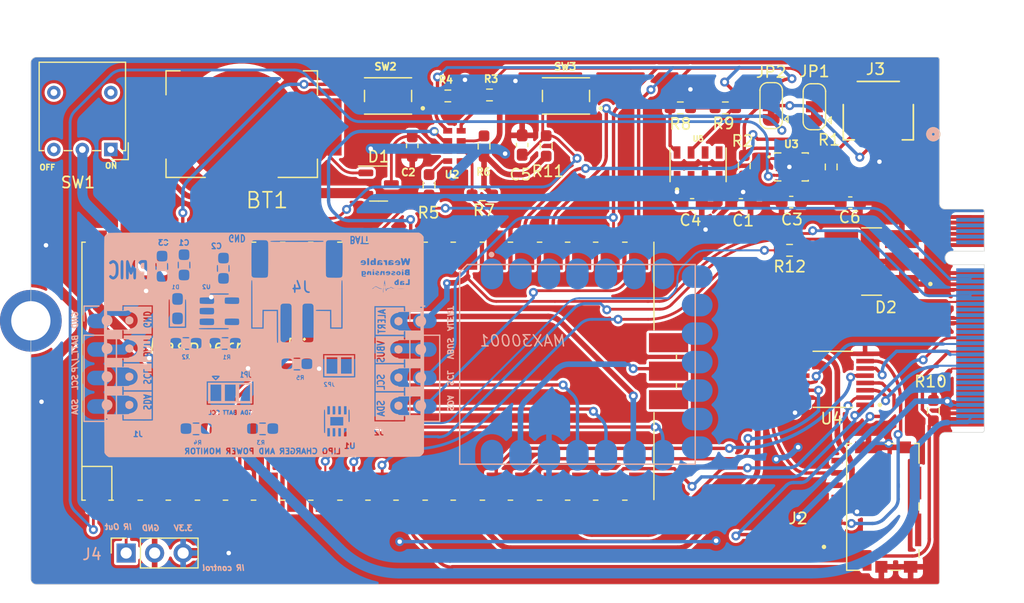
<source format=kicad_pcb>
(kicad_pcb (version 20221018) (generator pcbnew)

  (general
    (thickness 1.6)
  )

  (paper "A4")
  (layers
    (0 "F.Cu" signal)
    (31 "B.Cu" signal)
    (32 "B.Adhes" user "B.Adhesive")
    (33 "F.Adhes" user "F.Adhesive")
    (34 "B.Paste" user)
    (35 "F.Paste" user)
    (36 "B.SilkS" user "B.Silkscreen")
    (37 "F.SilkS" user "F.Silkscreen")
    (38 "B.Mask" user)
    (39 "F.Mask" user)
    (40 "Dwgs.User" user "User.Drawings")
    (41 "Cmts.User" user "User.Comments")
    (42 "Eco1.User" user "User.Eco1")
    (43 "Eco2.User" user "User.Eco2")
    (44 "Edge.Cuts" user)
    (45 "Margin" user)
    (46 "B.CrtYd" user "B.Courtyard")
    (47 "F.CrtYd" user "F.Courtyard")
    (48 "B.Fab" user)
    (49 "F.Fab" user)
    (50 "User.1" user)
    (51 "User.2" user)
    (52 "User.3" user)
    (53 "User.4" user)
    (54 "User.5" user)
    (55 "User.6" user)
    (56 "User.7" user)
    (57 "User.8" user)
    (58 "User.9" user)
  )

  (setup
    (stackup
      (layer "F.SilkS" (type "Top Silk Screen"))
      (layer "F.Paste" (type "Top Solder Paste"))
      (layer "F.Mask" (type "Top Solder Mask") (thickness 0.01))
      (layer "F.Cu" (type "copper") (thickness 0.035))
      (layer "dielectric 1" (type "core") (color "Polyimide") (thickness 1.51) (material "Kapton") (epsilon_r 3.2) (loss_tangent 0.004))
      (layer "B.Cu" (type "copper") (thickness 0.035))
      (layer "B.Mask" (type "Bottom Solder Mask") (thickness 0.01))
      (layer "B.Paste" (type "Bottom Solder Paste"))
      (layer "B.SilkS" (type "Bottom Silk Screen"))
      (copper_finish "None")
      (dielectric_constraints no)
    )
    (pad_to_mask_clearance 0)
    (solder_mask_min_width 0.1016)
    (allow_soldermask_bridges_in_footprints yes)
    (pcbplotparams
      (layerselection 0x00010fc_ffffffff)
      (plot_on_all_layers_selection 0x0000000_00000000)
      (disableapertmacros false)
      (usegerberextensions false)
      (usegerberattributes true)
      (usegerberadvancedattributes true)
      (creategerberjobfile true)
      (dashed_line_dash_ratio 12.000000)
      (dashed_line_gap_ratio 3.000000)
      (svgprecision 4)
      (plotframeref false)
      (viasonmask false)
      (mode 1)
      (useauxorigin false)
      (hpglpennumber 1)
      (hpglpenspeed 20)
      (hpglpendiameter 15.000000)
      (dxfpolygonmode true)
      (dxfimperialunits true)
      (dxfusepcbnewfont true)
      (psnegative false)
      (psa4output false)
      (plotreference true)
      (plotvalue true)
      (plotinvisibletext false)
      (sketchpadsonfab false)
      (subtractmaskfromsilk false)
      (outputformat 1)
      (mirror false)
      (drillshape 1)
      (scaleselection 1)
      (outputdirectory "")
    )
  )

  (net 0 "")
  (net 1 "GND")
  (net 2 "Net-(BT1-PadP1)")
  (net 3 "+3.3V")
  (net 4 "/INP_BTN")
  (net 5 "/LED_GREEN")
  (net 6 "Net-(D2-Pad5)")
  (net 7 "/LED_BLUE")
  (net 8 "unconnected-(U1-GND-Pad21)")
  (net 9 "GNDA")
  (net 10 "unconnected-(U1-VCM-Pad15)")
  (net 11 "unconnected-(U1-DRVN-Pad17)")
  (net 12 "unconnected-(U1-DRVP-Pad18)")
  (net 13 "/CS_SD")
  (net 14 "/MOSI_SD")
  (net 15 "/SCK_SD")
  (net 16 "/MISO_SD")
  (net 17 "/SD_Detect")
  (net 18 "/Pi_SD_CS")
  (net 19 "/Pi_SD_TX_MOSI")
  (net 20 "/Pi_SD_RX_MISO")
  (net 21 "/Pi_SD_SCK")
  (net 22 "/BATT_I{slash}P")
  (net 23 "/MUX_SEL")
  (net 24 "/ALERT_PMIC")
  (net 25 "/VBUS")
  (net 26 "/HUB_DETECT")
  (net 27 "/SDA_BMI270")
  (net 28 "/SCL_BMI270")
  (net 29 "/SCL_0")
  (net 30 "/SDA_0")
  (net 31 "/SCL_1")
  (net 32 "/SDA_1")
  (net 33 "/INT_RTC")
  (net 34 "/LED_RED")
  (net 35 "/VSYS")
  (net 36 "unconnected-(SW1-C-Pad3)")
  (net 37 "unconnected-(SW2-Pad1)")
  (net 38 "/RST_HW")
  (net 39 "unconnected-(SW2-Pad4)")
  (net 40 "unconnected-(SW3-Pad1)")
  (net 41 "unconnected-(SW3-Pad4)")
  (net 42 "/Pico_SPI0_SCK")
  (net 43 "/Pico_SPI0_TX")
  (net 44 "/Pico_SPI0_RX")
  (net 45 "/Pico_SPI0_CS")
  (net 46 "/Pico_SPI1_SCK")
  (net 47 "/Pico_SPI1_TX")
  (net 48 "/Pico_SPI1_RX")
  (net 49 "/Pico_SPI1_CS")
  (net 50 "/INT_BMI270")
  (net 51 "/CLKOUT_RTC")
  (net 52 "Net-(U2-CLKOE)")
  (net 53 "unconnected-(U6-GPIO15-Pad20)")
  (net 54 "unconnected-(J2-DAT2-PadP1)")
  (net 55 "unconnected-(J2-DAT1-PadP8)")
  (net 56 "Net-(U2-EVI)")
  (net 57 "unconnected-(U1-INT2B-Pad1)")
  (net 58 "unconnected-(U1-INTB-Pad2)")
  (net 59 "unconnected-(U1-PA10_A2_D2-Pad3)")
  (net 60 "unconnected-(U1-PA11_A3_D3-Pad4)")
  (net 61 "unconnected-(U1-PA8_A4_D4_SDA-Pad5)")
  (net 62 "unconnected-(U1-PA9_A5_D5_SCL-Pad6)")
  (net 63 "unconnected-(U1-PB08_A6_D6_TX-Pad7)")
  (net 64 "unconnected-(U1-5V-Pad14)")
  (net 65 "unconnected-(U1-1.8v-Pad16)")
  (net 66 "unconnected-(U3-ASDX-Pad2)")
  (net 67 "unconnected-(U3-ASCX-Pad3)")
  (net 68 "unconnected-(U3-INT2-Pad9)")
  (net 69 "unconnected-(U3-OSCB-Pad10)")
  (net 70 "unconnected-(U3-OSDO-Pad11)")
  (net 71 "/IR_OUT")
  (net 72 "unconnected-(U6-GND-Pad8)")
  (net 73 "unconnected-(U6-GND-Pad18)")
  (net 74 "unconnected-(U6-GND-Pad23)")
  (net 75 "unconnected-(U6-GPIO26_ADC0-Pad31)")
  (net 76 "unconnected-(U6-GPIO27_ADC1-Pad32)")
  (net 77 "unconnected-(U6-AGND-Pad33)")
  (net 78 "unconnected-(U6-ADC_VREF-Pad35)")
  (net 79 "unconnected-(U6-SWCLK-Pad41)")
  (net 80 "unconnected-(U6-SWDIO-Pad43)")
  (net 81 "unconnected-(a2-MP1-PadMOUNTING-HOLE)")
  (net 82 "unconnected-(a2-20-PadP$20)")
  (net 83 "unconnected-(a2-48-PadP$48)")
  (net 84 "unconnected-(a2-52-PadP$52)")
  (net 85 "unconnected-(a2-29-PadP$29)")
  (net 86 "unconnected-(J2-SHIELD-PadSH1)")
  (net 87 "unconnected-(a2-47-PadP$47)")
  (net 88 "unconnected-(a2-70-PadP$70)")
  (net 89 "unconnected-(U6-GND-Pad13)")
  (net 90 "unconnected-(a2-32-PadP$32)")
  (net 91 "unconnected-(a2-26-PadP$26)")
  (net 92 "unconnected-(U6-GND-Pad28)")
  (net 93 "unconnected-(a2-44-PadP$44)")
  (net 94 "unconnected-(a2-35-PadP$35)")
  (net 95 "unconnected-(a2-41-PadP$41)")
  (net 96 "unconnected-(a2-53-PadP$53)")
  (net 97 "Net-(U2-VDD)")
  (net 98 "unconnected-(U1-ECGP-Pad19)")
  (net 99 "unconnected-(U1-ECGN-Pad20)")
  (net 100 "unconnected-(a2-58-PadP$58)")
  (net 101 "unconnected-(a2-56-PadP$56)")
  (net 102 "unconnected-(a2-42-PadP$42)")
  (net 103 "unconnected-(a2-40-PadP$40)")
  (net 104 "unconnected-(a2-38-PadP$38)")
  (net 105 "unconnected-(a2-36-PadP$36)")
  (net 106 "unconnected-(a2-34-PadP$34)")
  (net 107 "unconnected-(a2-10-PadP$10)")
  (net 108 "unconnected-(a2-8-PadP$8)")
  (net 109 "unconnected-(a2-6-PadP$6)")
  (net 110 "unconnected-(a2-4-PadP$4)")
  (net 111 "unconnected-(a2-2-PadP$2)")

  (footprint "Resistor_SMD:R_0603_1608Metric_Pad0.98x0.95mm_HandSolder" (layer "F.Cu") (at 166.96 91.1925 -90))

  (footprint "Resistor_SMD:R_0603_1608Metric_Pad0.98x0.95mm_HandSolder" (layer "F.Cu") (at 127.3875 63.05))

  (footprint "Resistor_SMD:R_0603_1608Metric_Pad0.98x0.95mm_HandSolder" (layer "F.Cu") (at 122 71.0625 90))

  (footprint "AAAF5060QBFSURZGS:LED_AAAF5060QBFSURZGS" (layer "F.Cu") (at 161.45 77.9 180))

  (footprint "BMI270:XDCR_BMI270" (layer "F.Cu") (at 154.308 69.4655))

  (footprint "Resistor_SMD:R_0603_1608Metric_Pad0.98x0.95mm_HandSolder" (layer "F.Cu") (at 154.1375 76.9))

  (footprint "Resistor_SMD:R_0603_1608Metric_Pad0.98x0.95mm_HandSolder" (layer "F.Cu") (at 132.44 67.5945 90))

  (footprint "PTS810_SJM_250_SMTR_LFS:SW_PTS810_SJM_250_SMTR_LFS" (layer "F.Cu") (at 118.345 63.137 180))

  (footprint "Resistor_SMD:R_0603_1608Metric_Pad0.98x0.95mm_HandSolder" (layer "F.Cu") (at 144.4 64.2 180))

  (footprint "M.2-Templates:M.2-B-KEY" (layer "F.Cu") (at 125.14 86.54))

  (footprint "PTS810_SJM_250_SMTR_LFS:SW_PTS810_SJM_250_SMTR_LFS" (layer "F.Cu") (at 134.207 63.137 180))

  (footprint "MicroSD_1051620001:MOLEX_1051620001" (layer "F.Cu") (at 162.455 99.775 -90))

  (footprint "Resistor_SMD:R_0603_1608Metric_Pad0.98x0.95mm_HandSolder" (layer "F.Cu") (at 150.1 69.3625 90))

  (footprint "Button_Switch_THT:SW_Lever_1P2T_NKK_GW12LxH" (layer "F.Cu") (at 93.632 67.912 180))

  (footprint "Resistor_SMD:R_0603_1608Metric_Pad0.98x0.95mm_HandSolder" (layer "F.Cu") (at 126.75 71.95 180))

  (footprint "TMUX1574PWR:SOP65P640X120-16N" (layer "F.Cu") (at 158 88.4 180))

  (footprint "Resistor_SMD:R_0603_1608Metric_Pad0.98x0.95mm_HandSolder" (layer "F.Cu") (at 126.9 67.6125 -90))

  (footprint "PRT_14417:CONN_PRT-14417_SPK" (layer "F.Cu") (at 162.05 64.4485 180))

  (footprint "RV-8803-C7:RV8803" (layer "F.Cu") (at 124.262 67.5945))

  (footprint "MCU_RaspberryPi_and_Boards:RPi_Pico_SMD_TH" (layer "F.Cu") (at 116.554 87.673 90))

  (footprint "Capacitor_SMD:C_0603_1608Metric_Pad1.08x0.95mm_HandSolder" (layer "F.Cu") (at 145.45 72.8))

  (footprint "Capacitor_SMD:C_0603_1608Metric_Pad1.08x0.95mm_HandSolder" (layer "F.Cu") (at 130.3 67.5125 90))

  (footprint "Package_TO_SOT_SMD:SOT-23-3" (layer "F.Cu") (at 117.502 70.948))

  (footprint "Capacitor_SMD:C_0603_1608Metric_Pad1.08x0.95mm_HandSolder" (layer "F.Cu") (at 149.8 72.8))

  (footprint "Capacitor_SMD:C_0603_1608Metric_Pad1.08x0.95mm_HandSolder" (layer "F.Cu") (at 154.2875 72.6 180))

  (footprint "Connector_PinSocket_2.54mm:PinSocket_1x03_P2.54mm_Vertical" (layer "F.Cu") (at 94.996 103.886 90))

  (footprint "Jumper:SolderJumper-3_P1.3mm_Bridged12_RoundedPad1.0x1.5mm" (layer "F.Cu") (at 156.35 64.1 90))

  (footprint "MS860702BA01:TE_MS860702BA01-50" (layer "F.Cu") (at 145.983 69.278 90))

  (footprint "Resistor_SMD:R_0603_1608Metric_Pad0.98x0.95mm_HandSolder" (layer "F.Cu") (at 123.6735 63.137 180))

  (footprint "Capacitor_SMD:C_0603_1608Metric_Pad1.08x0.95mm_HandSolder" (layer "F.Cu") (at 120.5 67.6 -90))

  (footprint "Resistor_SMD:R_0603_1608Metric_Pad0.98x0.95mm_HandSolder" (layer "F.Cu") (at 148.4125 64.2))

  (footprint "BAT-HLD-012-SMT:BAT_BAT-HLD-012-SMT" (layer "F.Cu") (at 105.3 65.85 180))

  (footprint "Resistor_SMD:R_0603_1608Metric_Pad0.98x0.95mm_HandSolder" (layer "F.Cu") (at 157.85 69.4655 -90))

  (footprint "Capacitor_SMD:C_0603_1608Metric_Pad1.08x0.95mm_HandSolder" (layer "F.Cu") (at 159.55 72.65))

  (footprint "Jumper:SolderJumper-3_P1.3mm_Bridged12_RoundedPad1.0x1.5mm" (layer "F.Cu")
    (tstamp fadbf8a3-f475-4523-9a0d-cb2c85be59fe)
    (at 152.5 64 90)
    (descr "SMD Solder 3-pad Jumper, 1x1.5mm rounded Pads, 0.3mm gap, pads 1-2 bridged with 1 copper strip")
    (tags "net tie solder jumper bridged")
    (property "Sheetfile" "MINDER BioDAQ system.kicad_sch")
    (property "Sheetname" "")
    (property "ki_description" "3-pole Solder Jumper, pins 1+2 closed/bridged")
    (property "ki_keywords" "Solder Jumper SPDT")
    (path "/825217dd-8aca-4aa4-972f-0b745231fca8")
    (attr exclude_from_pos_files)
    (net_tie_pad_groups "1, 2, 3")
    (fp_text reference "JP2" (at 2.994 0 180) (layer "F.SilkS")
        (effects (font (size 1 1) (thickness 0.15)))
      (tstamp d9b98af4-0509-4749-8d34-bf5c6db1a64c)
    )
    (fp_text value "SolderJumper_3_Bridged12" (at 0 1.9 90) (layer "F.Fab") hide
        (effects (font (size 1 1) (thickness 0.15)))
      (tstamp 0b27bb09-862a-4b9d-a527-a9b4a8c1166c)
    )
    (fp_poly
      (pts
        (xy -0.9 -0.3)
        (xy -0.4 -0.3)
        (xy -0.4 0.3)
        (xy -0.9 0.3)
      )

      (stroke (width 0) (type solid)) (fill solid) (layer "F.Cu") (tstamp e19e1a29-e7f0-4469-97c1-93aad233b651))
    (fp_line (start -2.05 0.3) (end -2.05 -0.3)
      (stroke (width 0.12) (type solid)) (layer "F.SilkS") (tstamp 1cf71417-8398-4279-bc4f-aaa605dc3837))
    (fp_line (start -1.5 1.5) (end -0.9 1.5)
      (stroke (width 0.12) (type solid)) (layer "F.SilkS") (tstamp b2786df7-c4a7-4c8a-a1fe-2e018937e5f5))
    (fp_line (start -1.4 -1) (end 1.4 -1)
      (stroke (width 0.12) (type solid)) (layer "F.SilkS") (tstamp a3e3f57c-cab1-4000-b997-c125bee7b254))
    (fp_line (start -1.2 1.2) (end -1.5 1.5)
      (stroke (width 0.12) (type solid)) (layer "F.SilkS") (tstamp b2c408cf-48dd-4ae3-a512-b88d3dd33522))
    (fp_line (start -1.2 1.2) (end -0.9 1.5)
      (stroke (width 0.12) (type solid)) (layer "F.SilkS") (tstamp 21314333-b19b-42bc-b63c-0adfe0432567))
    (fp_line (start 1.4 1) (end -1.4 1)
      (stroke (width 0.12) (type solid)) (layer "F.SilkS") (tstamp fc00ba03-5385-4d10-814e-4d60ac5d2f9b))
    (fp_line (start 2.05 -0.3) (end 2.05 0.3)
      (stroke (width 0.12) (type solid)) (layer "F.SilkS") (tstamp aa73e678-a236-4d34-8d39-4c1a97650bdb))
    (fp_arc (start -2.05 -0.3) (mid -1.844975 -0.794975) (end -1.35 -1)
      (stroke (width 0.12) (type solid)) (layer "F.SilkS") (tstamp e5c391b5-ff5a-4bf3-9af5-b4713e9b02fc))
    (fp_arc (start -1.35 1) (mid -1.844975 0.794975) (end -2.05 0.3)
      (stroke (width 0.12) (type solid)) (layer "F.SilkS") (tstamp 28c3cc4d-0b61-4ead-a32d-4ee7705fa6cf))
    (fp_arc (start 1.35 -1) (mid 1.844975 -0.794975) (end 2.05 -0.3)
      (stroke (width 0.12) (type solid)) (layer "F.SilkS") (tstamp 97d8ad65-1e33-4246-81cb-4d76f1a4c31c))
    (fp_arc (start 2.05 0.3) (mid 1.844975 0.794975) (end 1.35 1)
      (stroke (width 0.12) (type solid)) (layer "F.SilkS") (tstamp 5b155a74-9888-4797-b5f8-7e5a12fb6d1f))
    (fp_line (start -2.3 -1.25) (end -2.3 1.25)
      (stroke (width 0.05) (type solid)) (layer "F.CrtYd") (tstamp 003bd571-e28f-4880-a107-9bba9b305550))
    (fp_line (start -2.3 -1.25) (end 2.3 -1.25)
      (stroke (width 0.05) (type solid)) (layer "F.CrtYd") (tstamp e828d7a4-16ac-4a07-a82e-b61a98afe03f))
    (fp_line (start 2.3 1.25) (end -2.3 1.25)
      (stroke (width 0.05) (type solid)) (layer "F.CrtYd") (tstamp 1b8ad860-2624-417f-85b2-f61dafcca134))
    (fp_line (start 2.3 1.25) (end 2.3 -1.25)
      (stroke (width 0.05) (type solid)) (layer "F.CrtYd") (tstamp ed5e95e5-4ea2-47c7-b063-9240e400ce54))
    (pad "1" smd custom (at -1.3 0 90) (size 1 0.5) (layers "F.Cu" "F.Mask")
      (net 32 "/SDA_1") (pinfunction "A") (pintype "passive") (zone_connect 2) (thermal_bridge_angle 45)
      (options (clearance outline) (anchor rect))
      (primitives
        (gr_circle (center 0 0.25) (end 0.5 0.25) (width 0) (fill yes))
        (gr_circle (center 0 -0.25) (end 0.5 -0.25) (width 0) (fill yes))
        (gr_poly
          (pts
            (xy 0.55 0.75)
            (xy 0 0.75)
            (xy 0 -0.75)
            (xy 0.55 -0.75)
          )
          (width 0) (fill yes))
      ) (tstamp f0a7dcd3-0b4d-4063-85ab-18dd89c4b4c1))
    (pad "2" smd rect (at 0 0 90) (size 1 1.5) (layers "F.Cu" "F.Mask")
      (net 27 "/SDA_BMI270") (pinfunction 
... [11374441 chars truncated]
</source>
